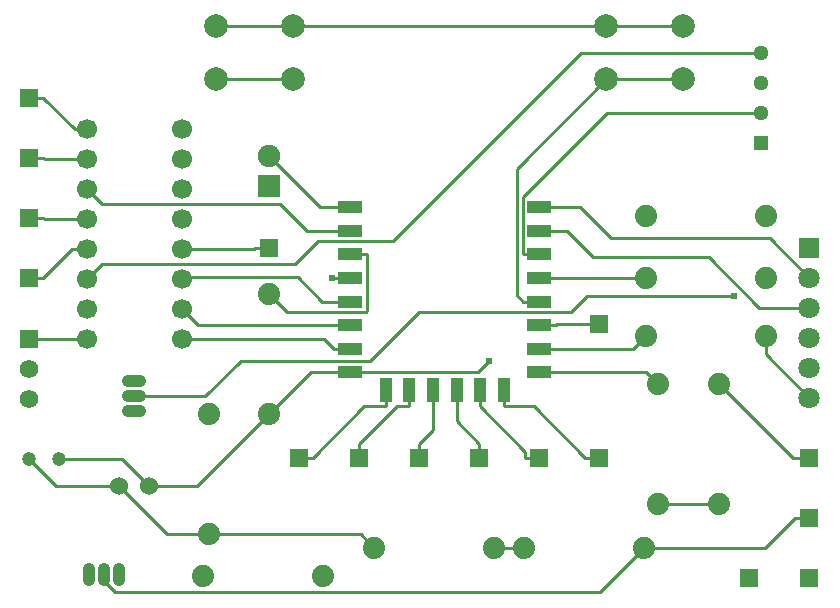
<source format=gtl>
G04 Layer: TopLayer*
G04 EasyEDA v6.2.46, 2019-12-13T21:01:04+01:00*
G04 3005faa94037452eb19f5b3c810bd7e0,39ff71f2194a49368f8d12cd3c9184f8,10*
G04 Gerber Generator version 0.2*
G04 Scale: 100 percent, Rotated: No, Reflected: No *
G04 Dimensions in inches *
G04 leading zeros omitted , absolute positions ,2 integer and 4 decimal *
%FSLAX24Y24*%
%MOIN*%
G90*
G70D02*

%ADD10C,0.010000*%
%ADD11C,0.024000*%
%ADD12R,0.078740X0.039370*%
%ADD13R,0.039370X0.078740*%
%ADD14R,0.062000X0.062000*%
%ADD15C,0.062000*%
%ADD16C,0.060000*%
%ADD17C,0.074000*%
%ADD18C,0.078740*%
%ADD19R,0.074803X0.074803*%
%ADD20C,0.074803*%
%ADD21R,0.051000X0.051000*%
%ADD22C,0.051000*%
%ADD23C,0.066929*%
%ADD24C,0.070866*%
%ADD25R,0.070866X0.070866*%
%ADD26C,0.047000*%
%ADD27C,0.039370*%

%LPD*%
G54D10*
G01X23280Y18113D02*
G01X20721Y18113D01*
G01X18500Y10701D02*
G01X17955Y10701D01*
G01X17955Y10701D02*
G01X17742Y10915D01*
G01X17742Y15136D01*
G01X20721Y18113D01*
G01X16839Y8732D02*
G01X16447Y8340D01*
G01X12200Y8340D01*
G01X12200Y8340D02*
G01X10889Y8340D01*
G01X9500Y6950D01*
G01X5500Y4550D02*
G01X4600Y5450D01*
G01X2500Y5450D01*
G01X5500Y4550D02*
G01X7100Y4550D01*
G01X9500Y6950D01*
G01X18500Y12276D02*
G01X17955Y12276D01*
G01X25900Y17000D02*
G01X20759Y17000D01*
G01X17955Y14196D01*
G01X17955Y12276D01*
G01X17955Y12276D01*
G01X11655Y11488D02*
G01X11584Y11488D01*
G01X12200Y11488D02*
G01X11655Y11488D01*
G01X24500Y3950D02*
G01X22450Y3950D01*
G01X4000Y1600D02*
G01X4000Y1386D01*
G01X4367Y1019D01*
G01X20518Y1019D01*
G01X22000Y2500D01*
G01X27500Y3500D02*
G01X27039Y3500D01*
G01X22000Y2500D02*
G01X26039Y2500D01*
G01X27039Y3500D01*
G01X25900Y19000D02*
G01X19897Y19000D01*
G01X13613Y12715D01*
G01X11135Y12715D01*
G01X10369Y11950D01*
G01X3925Y11950D01*
G01X3425Y11450D01*
G01X3425Y9450D02*
G01X1500Y9450D01*
G01X7500Y2950D02*
G01X6100Y2950D01*
G01X4500Y4550D01*
G01X13000Y2500D02*
G01X12550Y2950D01*
G01X7500Y2950D01*
G01X20721Y19886D02*
G01X23280Y19886D01*
G01X10280Y19886D02*
G01X20721Y19886D01*
G01X7721Y19886D02*
G01X10280Y19886D01*
G01X18498Y8340D02*
G01X22060Y8340D01*
G01X22450Y7950D01*
G01X27500Y7500D02*
G01X26050Y8950D01*
G01X26050Y9550D01*
G01X1500Y5450D02*
G01X2400Y4550D01*
G01X4500Y4550D01*
G01X18000Y2500D02*
G01X17000Y2500D01*
G01X18500Y11488D02*
G01X22039Y11488D01*
G01X22050Y11500D01*
G01X10280Y18113D02*
G01X7721Y18113D01*
G01X12200Y13851D02*
G01X11198Y13851D01*
G01X9500Y15550D01*
G01X20500Y5500D02*
G01X20039Y5500D01*
G01X17317Y7748D02*
G01X17317Y7203D01*
G01X17317Y7203D02*
G01X18335Y7203D01*
G01X20039Y5500D01*
G01X24985Y10876D02*
G01X20082Y10876D01*
G01X19560Y10353D01*
G01X14475Y10353D01*
G01X12853Y8732D01*
G01X8547Y8732D01*
G01X7363Y7550D01*
G01X5000Y7550D01*
G01X10500Y5500D02*
G01X10960Y5500D01*
G01X13381Y7748D02*
G01X13381Y7203D01*
G01X13381Y7203D02*
G01X12664Y7203D01*
G01X10960Y5500D01*
G01X14168Y7748D02*
G01X14168Y7205D01*
G01X12500Y5500D02*
G01X12500Y5961D01*
G01X14168Y7205D02*
G01X13743Y7205D01*
G01X12500Y5961D01*
G01X14500Y5500D02*
G01X14500Y5961D01*
G01X14955Y7748D02*
G01X14955Y6415D01*
G01X14500Y5961D01*
G01X16500Y5500D02*
G01X16500Y5961D01*
G01X15743Y7748D02*
G01X15743Y6717D01*
G01X16500Y5961D01*
G01X18500Y5500D02*
G01X18039Y5500D01*
G01X16530Y7748D02*
G01X16530Y7203D01*
G01X16530Y7203D02*
G01X18039Y5694D01*
G01X18039Y5500D01*
G01X1500Y17500D02*
G01X1961Y17500D01*
G01X3425Y16450D02*
G01X3011Y16450D01*
G01X1961Y17500D01*
G01X1500Y15500D02*
G01X1961Y15500D01*
G01X3425Y15450D02*
G01X2011Y15450D01*
G01X1961Y15500D01*
G01X1500Y13500D02*
G01X1961Y13500D01*
G01X3425Y13450D02*
G01X2011Y13450D01*
G01X1961Y13500D01*
G01X1500Y11500D02*
G01X1961Y11500D01*
G01X3425Y12450D02*
G01X2911Y12450D01*
G01X1961Y11500D01*
G01X9500Y12500D02*
G01X9039Y12500D01*
G01X6575Y12450D02*
G01X8989Y12450D01*
G01X9039Y12500D01*
G01X18500Y9913D02*
G01X19044Y9913D01*
G01X19044Y9913D02*
G01X19080Y9950D01*
G01X20500Y9950D01*
G01X18500Y9126D02*
G01X21627Y9126D01*
G01X22050Y9550D01*
G01X27500Y5500D02*
G01X26950Y5500D01*
G01X24500Y7950D01*
G01X12200Y12276D02*
G01X12743Y12276D01*
G01X12743Y12276D02*
G01X12743Y10382D01*
G01X12714Y10353D01*
G01X10096Y10353D01*
G01X9500Y10950D01*
G01X27500Y11500D02*
G01X26193Y12805D01*
G01X20900Y12805D01*
G01X19855Y13851D01*
G01X18500Y13851D01*
G01X18500Y13063D02*
G01X19419Y13063D01*
G01X20293Y12190D01*
G01X24147Y12190D01*
G01X25836Y10500D01*
G01X27500Y10500D01*
G01X12200Y9126D02*
G01X11655Y9126D01*
G01X6575Y9450D02*
G01X11331Y9450D01*
G01X11655Y9126D01*
G01X6575Y10450D02*
G01X7110Y9913D01*
G01X12200Y9913D01*
G01X6575Y11450D02*
G01X6647Y11523D01*
G01X10440Y11523D01*
G01X11263Y10701D01*
G01X12200Y10701D01*
G01X3425Y14450D02*
G01X3917Y13957D01*
G01X9851Y13957D01*
G01X10744Y13063D01*
G01X12200Y13063D01*
G54D12*
G01X18499Y13851D03*
G01X18499Y13063D03*
G01X18499Y12276D03*
G01X18499Y11489D03*
G01X18499Y10701D03*
G01X18500Y9914D03*
G01X18499Y9126D03*
G01X18499Y8339D03*
G54D13*
G01X17317Y7748D03*
G01X16529Y7748D03*
G01X15742Y7748D03*
G01X14955Y7748D03*
G01X14168Y7749D03*
G01X13381Y7748D03*
G54D12*
G01X12200Y8339D03*
G01X12199Y9126D03*
G01X12199Y9914D03*
G01X12199Y10701D03*
G01X12199Y11489D03*
G01X12199Y12276D03*
G01X12199Y13063D03*
G01X12199Y13851D03*
G54D14*
G01X10500Y5500D03*
G01X12500Y5500D03*
G01X14500Y5500D03*
G01X16500Y5500D03*
G01X18500Y5500D03*
G01X1500Y17500D03*
G01X1500Y15500D03*
G01X1500Y13500D03*
G01X1500Y11500D03*
G01X9500Y12500D03*
G01X20500Y9950D03*
G01X20500Y5500D03*
G54D15*
G01X1500Y7450D03*
G01X1500Y8450D03*
G54D14*
G01X1500Y9450D03*
G54D16*
G01X5500Y4550D03*
G01X4500Y4550D03*
G54D17*
G01X22050Y9550D03*
G01X26050Y9550D03*
G01X7500Y2950D03*
G01X7500Y6950D03*
G01X11300Y1550D03*
G01X7300Y1550D03*
G01X22450Y7950D03*
G01X22450Y3950D03*
G01X24500Y3950D03*
G01X24500Y7950D03*
G01X9500Y6950D03*
G01X9500Y10950D03*
G01X13000Y2500D03*
G01X17000Y2500D03*
G01X22050Y11500D03*
G01X26050Y11500D03*
G54D14*
G01X27500Y5500D03*
G01X27500Y3500D03*
G01X27500Y1500D03*
G54D18*
G01X20720Y18114D03*
G01X23279Y18114D03*
G01X23279Y19885D03*
G01X20720Y19885D03*
G01X10279Y19885D03*
G01X7720Y19885D03*
G01X7720Y18114D03*
G01X10279Y18114D03*
G54D19*
G01X9500Y14550D03*
G54D20*
G01X9500Y15550D03*
G54D21*
G01X25900Y16000D03*
G54D22*
G01X25900Y17000D03*
G01X25900Y18000D03*
G01X25900Y19000D03*
G54D23*
G01X3425Y16450D03*
G01X3425Y15450D03*
G01X3425Y10450D03*
G01X3425Y9450D03*
G01X3425Y14450D03*
G01X3425Y13450D03*
G01X3425Y11450D03*
G01X3425Y12450D03*
G01X6574Y9450D03*
G01X6574Y10450D03*
G01X6574Y11450D03*
G01X6574Y12450D03*
G01X6574Y13450D03*
G01X6574Y14450D03*
G01X6574Y15450D03*
G01X6574Y16450D03*
G54D24*
G01X27500Y7500D03*
G01X27500Y8500D03*
G01X27500Y9500D03*
G01X27500Y10500D03*
G01X27500Y11500D03*
G54D25*
G01X27500Y12500D03*
G54D26*
G01X2500Y5450D03*
G01X1500Y5450D03*
G54D14*
G01X25500Y1500D03*
G54D17*
G01X18000Y2500D03*
G01X22000Y2500D03*
G01X22050Y13550D03*
G01X26050Y13550D03*
G54D11*
G01X16839Y8732D03*
G01X11584Y11488D03*
G01X24985Y10876D03*
G54D27*
G01X3500Y1796D02*
G01X3500Y1403D01*
G01X4000Y1796D02*
G01X4000Y1403D01*
G01X4500Y1796D02*
G01X4500Y1403D01*
G01X4803Y7050D02*
G01X5196Y7050D01*
G01X4803Y7550D02*
G01X5196Y7550D01*
G01X4803Y8050D02*
G01X5196Y8050D01*
M00*
M02*

</source>
